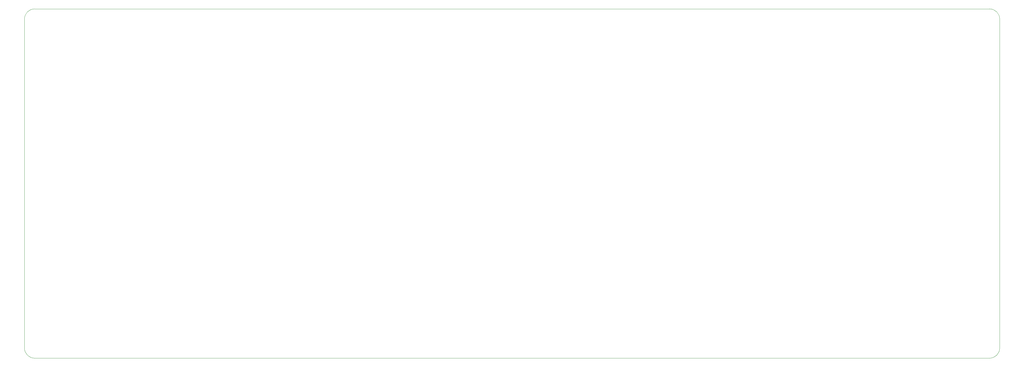
<source format=gm1>
%TF.GenerationSoftware,KiCad,Pcbnew,(5.1.9)-1*%
%TF.CreationDate,2021-04-19T19:21:17-07:00*%
%TF.ProjectId,keyboard,6b657962-6f61-4726-942e-6b696361645f,rev?*%
%TF.SameCoordinates,Original*%
%TF.FileFunction,Profile,NP*%
%FSLAX46Y46*%
G04 Gerber Fmt 4.6, Leading zero omitted, Abs format (unit mm)*
G04 Created by KiCad (PCBNEW (5.1.9)-1) date 2021-04-19 19:21:17*
%MOMM*%
%LPD*%
G01*
G04 APERTURE LIST*
%TA.AperFunction,Profile*%
%ADD10C,0.050000*%
%TD*%
G04 APERTURE END LIST*
D10*
X368935000Y-138430000D02*
G75*
G02*
X365760000Y-141605000I-3175000J0D01*
G01*
X365760000Y-32258000D02*
G75*
G02*
X368935000Y-35433000I0J-3175000D01*
G01*
X64135000Y-35433000D02*
G75*
G02*
X67310000Y-32258000I3175000J0D01*
G01*
X67310000Y-141605000D02*
G75*
G02*
X64135000Y-138430000I0J3175000D01*
G01*
X365760000Y-141605000D02*
X67310000Y-141605000D01*
X64135000Y-138430000D02*
X64135000Y-35433000D01*
X365760000Y-32258000D02*
X67310000Y-32258000D01*
X368935000Y-138430000D02*
X368935000Y-35433000D01*
M02*

</source>
